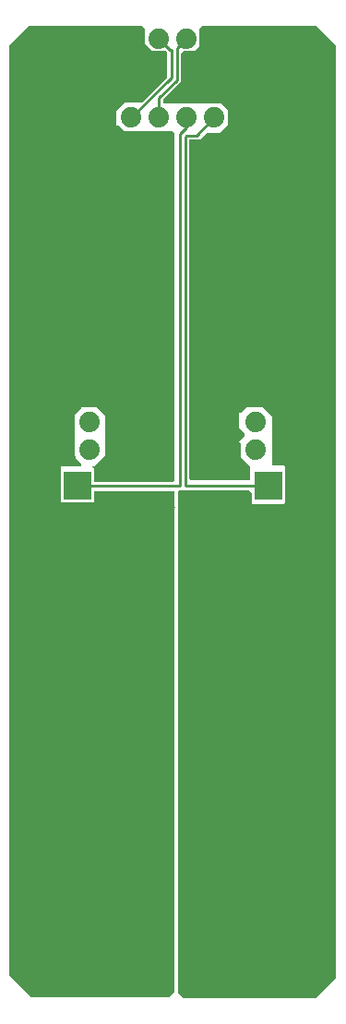
<source format=gtl>
G04 Layer: TopLayer*
G04 EasyEDA v6.4.7, 2021-01-19T01:18:58--8:00*
G04 5c983e547ce9454fba3114fb1a11af02,NaN*
G04 Gerber Generator version 0.2*
G04 Scale: 100 percent, Rotated: No, Reflected: No *
G04 Dimensions in inches *
G04 leading zeros omitted , absolute positions ,2 integer and 4 decimal *
%FSLAX24Y24*%
%MOIN*%
G90*
D02*

%ADD10C,0.010000*%
%ADD11C,0.024000*%
%ADD12R,0.098425X0.098425*%
%ADD13C,0.074000*%
%ADD14C,0.060000*%
%ADD15C,0.080000*%

%LPD*%
G54D10*
G01X7500Y31850D02*
G01X6850Y31200D01*
G01X6500Y31200D01*
G01X6450Y31150D01*
G01X6450Y18550D01*
G01X9450Y18550D01*
G01X6500Y31850D02*
G01X6500Y31500D01*
G01X6250Y31250D01*
G01X6250Y18550D01*
G01X2550Y18550D01*
G01X5500Y31850D02*
G01X5500Y32550D01*
G01X6150Y33200D01*
G01X6150Y34350D01*
G01X6500Y34700D01*
G01X4500Y31850D02*
G01X5950Y33300D01*
G01X5950Y34300D01*
G01X5900Y34300D01*
G01X5500Y34700D01*
G36*
G01X6050Y17800D02*
G01X6100Y17800D01*
G01X6100Y17750D01*
G01X6050Y17750D01*
G01X6050Y17800D01*
G37*

%LPD*%
G36*
G01X4900Y35150D02*
G01X800Y35150D01*
G01X100Y34450D01*
G01X100Y900D01*
G01X900Y100D01*
G01X5850Y100D01*
G01X6050Y300D01*
G01X6050Y18350D01*
G01X3150Y18350D01*
G01X3150Y17950D01*
G01X1950Y17950D01*
G01X1950Y19250D01*
G01X2700Y19250D01*
G01X2700Y19350D01*
G01X2500Y19550D01*
G01X2500Y19600D01*
G01X2450Y19650D01*
G01X2450Y21100D01*
G01X2700Y21350D01*
G01X2700Y21400D01*
G01X3250Y21400D01*
G01X3550Y21100D01*
G01X3550Y19650D01*
G01X3150Y19250D01*
G01X3100Y19250D01*
G01X3150Y19200D01*
G01X3150Y18700D01*
G01X6000Y18700D01*
G01X6050Y18750D01*
G01X6050Y31300D01*
G01X6000Y31350D01*
G01X4250Y31350D01*
G01X4050Y31550D01*
G01X3950Y31550D01*
G01X3950Y32100D01*
G01X4250Y32400D01*
G01X4900Y32400D01*
G01X5800Y33300D01*
G01X5800Y34200D01*
G01X5750Y34250D01*
G01X5250Y34250D01*
G01X5000Y34500D01*
G01X5000Y35050D01*
G01X4900Y35150D01*
G37*

%LPD*%
G36*
G01X11200Y35150D02*
G01X7050Y35150D01*
G01X6950Y35050D01*
G01X6950Y34400D01*
G01X6800Y34250D01*
G01X6400Y34250D01*
G01X6300Y34150D01*
G01X6300Y33150D01*
G01X5650Y32500D01*
G01X5650Y32350D01*
G01X7750Y32350D01*
G01X8000Y32100D01*
G01X8000Y31600D01*
G01X7700Y31300D01*
G01X7250Y31300D01*
G01X7000Y31050D01*
G01X6600Y31050D01*
G01X6600Y18800D01*
G01X6650Y18750D01*
G01X8800Y18750D01*
G01X8800Y19250D01*
G01X8450Y19600D01*
G01X8450Y20100D01*
G01X8400Y20150D01*
G01X8600Y20350D01*
G01X8600Y20450D01*
G01X8400Y20650D01*
G01X8400Y21200D01*
G01X8450Y21200D01*
G01X8650Y21400D01*
G01X9250Y21400D01*
G01X9600Y21050D01*
G01X9600Y19300D01*
G01X10000Y19300D01*
G01X10050Y19250D01*
G01X10050Y17950D01*
G01X10000Y17900D01*
G01X8850Y17900D01*
G01X8850Y18300D01*
G01X8750Y18400D01*
G01X6250Y18400D01*
G01X6200Y18350D01*
G01X6200Y250D01*
G01X6400Y50D01*
G01X11150Y50D01*
G01X11900Y800D01*
G01X11900Y34450D01*
G01X11200Y35150D01*
G37*
G54D12*
G01X9450Y18550D03*
G01X2550Y18550D03*
G01X9450Y3050D03*
G01X2550Y3050D03*
G54D13*
G01X3000Y19850D03*
G01X3000Y20850D03*
G01X7500Y31850D03*
G01X6500Y31850D03*
G01X5500Y31850D03*
G01X4500Y31850D03*
G01X9000Y20850D03*
G01X9000Y19850D03*
G54D14*
G01X8100Y950D03*
G01X3900Y950D03*
G54D13*
G01X6500Y34700D03*
G01X5500Y34700D03*
G54D14*
G01X8450Y34050D03*
G01X3750Y34050D03*
G54D15*
G01X8450Y34050D03*
G01X3750Y34050D03*
G01X8100Y950D03*
G01X3900Y950D03*
G54D11*
G01X6950Y29700D03*
G01X7000Y27900D03*
G01X7000Y25950D03*
G01X7000Y24250D03*
G01X6900Y22200D03*
G01X6950Y20450D03*
G01X8550Y18950D03*
G01X7050Y18950D03*
G01X7050Y19450D03*
G01X6850Y21250D03*
G01X7000Y23350D03*
G01X7050Y25000D03*
G01X7000Y26850D03*
G01X7000Y28700D03*
G01X7000Y30600D03*
G01X5800Y350D03*
G01X5850Y2100D03*
G01X400Y2100D03*
G01X400Y1150D03*
G01X1100Y350D03*
G01X2350Y300D03*
G01X3100Y250D03*
G01X4900Y300D03*
G01X2050Y2100D03*
G01X3350Y2100D03*
G01X4650Y2100D03*
G01X5350Y1250D03*
G01X2250Y1250D03*
G01X1700Y950D03*
G01X6500Y2100D03*
G01X10250Y2100D03*
G01X9150Y2100D03*
G01X7800Y2100D03*
G01X6450Y1200D03*
G01X6550Y350D03*
G01X7250Y350D03*
G01X9150Y400D03*
G01X10900Y400D03*
G01X11550Y1050D03*
G01X11600Y2150D03*
G01X11350Y1650D03*
G01X10050Y350D03*
G01X9600Y1250D03*
G01X10200Y1250D03*
G01X4700Y34850D03*
G01X5000Y34050D03*
G01X4950Y33650D03*
G01X5000Y33250D03*
G01X4900Y32650D03*
G01X3650Y32650D03*
G01X2300Y32650D03*
G01X450Y32650D03*
G01X450Y34150D03*
G01X1050Y34850D03*
G01X2650Y34850D03*
G01X2250Y33750D03*
G01X1100Y32800D03*
G01X1000Y33850D03*
G01X6550Y32650D03*
G01X7850Y32650D03*
G01X7050Y33650D03*
G01X7550Y34950D03*
G01X9650Y34900D03*
G01X10850Y34900D03*
G01X11550Y34250D03*
G01X11600Y32650D03*
G01X10050Y32650D03*
G01X9050Y32650D03*
G01X11200Y33450D03*
G01X10000Y34300D03*
G01X9850Y33450D03*
G01X5700Y30750D03*
G01X5700Y29500D03*
G01X5700Y28600D03*
G01X5700Y27200D03*
G01X5750Y25800D03*
G01X5800Y24700D03*
G01X5800Y23550D03*
G01X5750Y22350D03*
G01X5700Y21050D03*
G01X5700Y20100D03*
G01X5750Y19050D03*
G01X5750Y18050D03*
G01X5750Y16550D03*
G01X5700Y15450D03*
G01X5700Y14200D03*
G01X5700Y13050D03*
G01X5750Y11500D03*
G01X5750Y9750D03*
G01X5750Y8200D03*
G01X5750Y7400D03*
G01X6500Y17800D03*
G01X6450Y16250D03*
G01X6450Y14750D03*
G01X6550Y13150D03*
G01X6600Y11400D03*
G01X6550Y9600D03*
G01X6550Y7950D03*
G01X5700Y6200D03*
G01X5750Y4550D03*
G01X5750Y3450D03*
G01X6600Y6150D03*
G01X6700Y4050D03*
G01X6800Y2550D03*
G01X11600Y4000D03*
G01X11600Y6350D03*
G01X11600Y8650D03*
G01X11600Y11000D03*
G01X11600Y13050D03*
G01X11550Y15100D03*
G01X11600Y17200D03*
G01X11550Y19850D03*
G01X11600Y22850D03*
G01X11600Y25500D03*
G01X11550Y28550D03*
G01X11600Y30850D03*
G01X400Y30800D03*
G01X300Y28600D03*
G01X350Y25750D03*
G01X400Y23150D03*
G01X400Y20150D03*
G01X400Y17500D03*
G01X400Y14300D03*
G01X400Y11250D03*
G01X450Y8450D03*
G01X400Y6350D03*
G01X400Y4000D03*
M00*
M02*

</source>
